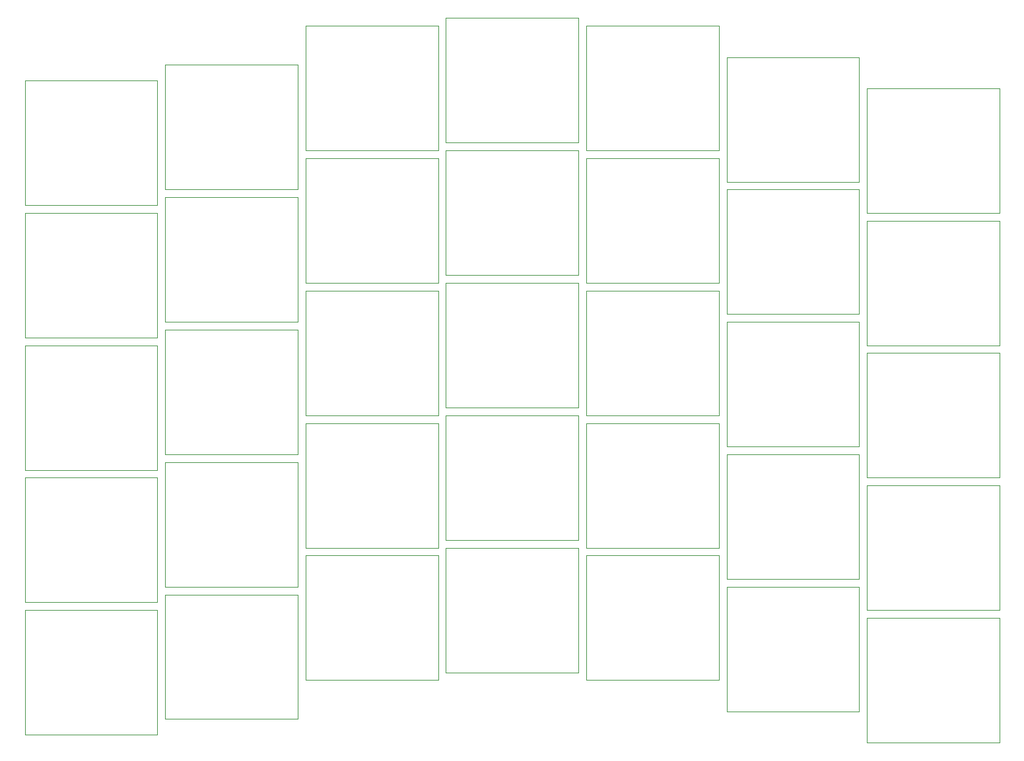
<source format=gbr>
%TF.GenerationSoftware,KiCad,Pcbnew,8.0.6*%
%TF.CreationDate,2024-11-01T11:28:07+01:00*%
%TF.ProjectId,vitter-kb,76697474-6572-42d6-9b62-2e6b69636164,rev?*%
%TF.SameCoordinates,Original*%
%TF.FileFunction,OtherDrawing,Comment*%
%FSLAX46Y46*%
G04 Gerber Fmt 4.6, Leading zero omitted, Abs format (unit mm)*
G04 Created by KiCad (PCBNEW 8.0.6) date 2024-11-01 11:28:07*
%MOMM*%
%LPD*%
G01*
G04 APERTURE LIST*
%ADD10C,0.100000*%
G04 APERTURE END LIST*
%TO.C,SW35*%
D10*
X136100000Y-125650000D02*
X153100000Y-125650000D01*
X153100000Y-141650000D01*
X136100000Y-141650000D01*
X136100000Y-125650000D01*
%TO.C,SW34*%
X118100000Y-121650000D02*
X135100000Y-121650000D01*
X135100000Y-137650000D01*
X118100000Y-137650000D01*
X118100000Y-121650000D01*
%TO.C,SW33*%
X100100000Y-117650000D02*
X117100000Y-117650000D01*
X117100000Y-133650000D01*
X100100000Y-133650000D01*
X100100000Y-117650000D01*
%TO.C,SW32*%
X82100000Y-116650000D02*
X99100000Y-116650000D01*
X99100000Y-132650000D01*
X82100000Y-132650000D01*
X82100000Y-116650000D01*
%TO.C,SW31*%
X64100000Y-117650000D02*
X81100000Y-117650000D01*
X81100000Y-133650000D01*
X64100000Y-133650000D01*
X64100000Y-117650000D01*
%TO.C,SW30*%
X46100000Y-122650000D02*
X63100000Y-122650000D01*
X63100000Y-138650000D01*
X46100000Y-138650000D01*
X46100000Y-122650000D01*
%TO.C,SW29*%
X28100000Y-124650000D02*
X45100000Y-124650000D01*
X45100000Y-140650000D01*
X28100000Y-140650000D01*
X28100000Y-124650000D01*
%TO.C,SW28*%
X136100000Y-108650000D02*
X153100000Y-108650000D01*
X153100000Y-124650000D01*
X136100000Y-124650000D01*
X136100000Y-108650000D01*
%TO.C,SW27*%
X118100000Y-104650000D02*
X135100000Y-104650000D01*
X135100000Y-120650000D01*
X118100000Y-120650000D01*
X118100000Y-104650000D01*
%TO.C,SW26*%
X100100000Y-100650000D02*
X117100000Y-100650000D01*
X117100000Y-116650000D01*
X100100000Y-116650000D01*
X100100000Y-100650000D01*
%TO.C,SW25*%
X82100000Y-99650000D02*
X99100000Y-99650000D01*
X99100000Y-115650000D01*
X82100000Y-115650000D01*
X82100000Y-99650000D01*
%TO.C,SW24*%
X64100000Y-100650000D02*
X81100000Y-100650000D01*
X81100000Y-116650000D01*
X64100000Y-116650000D01*
X64100000Y-100650000D01*
%TO.C,SW23*%
X46100000Y-105650000D02*
X63100000Y-105650000D01*
X63100000Y-121650000D01*
X46100000Y-121650000D01*
X46100000Y-105650000D01*
%TO.C,SW22*%
X28100000Y-107650000D02*
X45100000Y-107650000D01*
X45100000Y-123650000D01*
X28100000Y-123650000D01*
X28100000Y-107650000D01*
%TO.C,SW21*%
X136100000Y-91650000D02*
X153100000Y-91650000D01*
X153100000Y-107650000D01*
X136100000Y-107650000D01*
X136100000Y-91650000D01*
%TO.C,SW20*%
X118100000Y-87650000D02*
X135100000Y-87650000D01*
X135100000Y-103650000D01*
X118100000Y-103650000D01*
X118100000Y-87650000D01*
%TO.C,SW19*%
X100100000Y-83650000D02*
X117100000Y-83650000D01*
X117100000Y-99650000D01*
X100100000Y-99650000D01*
X100100000Y-83650000D01*
%TO.C,SW18*%
X82100000Y-82650000D02*
X99100000Y-82650000D01*
X99100000Y-98650000D01*
X82100000Y-98650000D01*
X82100000Y-82650000D01*
%TO.C,SW17*%
X64100000Y-83650000D02*
X81100000Y-83650000D01*
X81100000Y-99650000D01*
X64100000Y-99650000D01*
X64100000Y-83650000D01*
%TO.C,SW16*%
X46100000Y-88650000D02*
X63100000Y-88650000D01*
X63100000Y-104650000D01*
X46100000Y-104650000D01*
X46100000Y-88650000D01*
%TO.C,SW15*%
X28100000Y-90650000D02*
X45100000Y-90650000D01*
X45100000Y-106650000D01*
X28100000Y-106650000D01*
X28100000Y-90650000D01*
%TO.C,SW14*%
X136100000Y-74650000D02*
X153100000Y-74650000D01*
X153100000Y-90650000D01*
X136100000Y-90650000D01*
X136100000Y-74650000D01*
%TO.C,SW13*%
X118100000Y-70650000D02*
X135100000Y-70650000D01*
X135100000Y-86650000D01*
X118100000Y-86650000D01*
X118100000Y-70650000D01*
%TO.C,SW12*%
X100100000Y-66650000D02*
X117100000Y-66650000D01*
X117100000Y-82650000D01*
X100100000Y-82650000D01*
X100100000Y-66650000D01*
%TO.C,SW11*%
X82100000Y-65650000D02*
X99100000Y-65650000D01*
X99100000Y-81650000D01*
X82100000Y-81650000D01*
X82100000Y-65650000D01*
%TO.C,SW10*%
X64100000Y-66650000D02*
X81100000Y-66650000D01*
X81100000Y-82650000D01*
X64100000Y-82650000D01*
X64100000Y-66650000D01*
%TO.C,SW9*%
X46100000Y-71650000D02*
X63100000Y-71650000D01*
X63100000Y-87650000D01*
X46100000Y-87650000D01*
X46100000Y-71650000D01*
%TO.C,SW8*%
X28100000Y-73650000D02*
X45100000Y-73650000D01*
X45100000Y-89650000D01*
X28100000Y-89650000D01*
X28100000Y-73650000D01*
%TO.C,SW7*%
X136100000Y-57650000D02*
X153100000Y-57650000D01*
X153100000Y-73650000D01*
X136100000Y-73650000D01*
X136100000Y-57650000D01*
%TO.C,SW6*%
X118100000Y-53650000D02*
X135100000Y-53650000D01*
X135100000Y-69650000D01*
X118100000Y-69650000D01*
X118100000Y-53650000D01*
%TO.C,SW5*%
X100100000Y-49650000D02*
X117100000Y-49650000D01*
X117100000Y-65650000D01*
X100100000Y-65650000D01*
X100100000Y-49650000D01*
%TO.C,SW4*%
X82100000Y-48650000D02*
X99100000Y-48650000D01*
X99100000Y-64650000D01*
X82100000Y-64650000D01*
X82100000Y-48650000D01*
%TO.C,SW3*%
X64100000Y-49650000D02*
X81100000Y-49650000D01*
X81100000Y-65650000D01*
X64100000Y-65650000D01*
X64100000Y-49650000D01*
%TO.C,SW2*%
X46100000Y-54650000D02*
X63100000Y-54650000D01*
X63100000Y-70650000D01*
X46100000Y-70650000D01*
X46100000Y-54650000D01*
%TO.C,SW1*%
X28100000Y-56650000D02*
X45100000Y-56650000D01*
X45100000Y-72650000D01*
X28100000Y-72650000D01*
X28100000Y-56650000D01*
%TD*%
M02*

</source>
